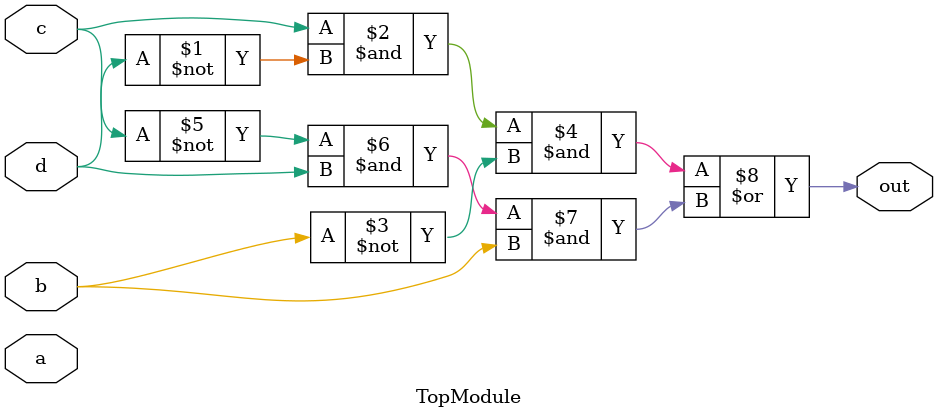
<source format=sv>
module TopModule (
    input logic a,  // Single-bit input
    input logic b,  // Single-bit input
    input logic c,  // Single-bit input
    input logic d,  // Single-bit input
    output logic out // Single-bit output
);

    assign out = (c & ~d & ~b) | (~c & d & b);

endmodule
</source>
